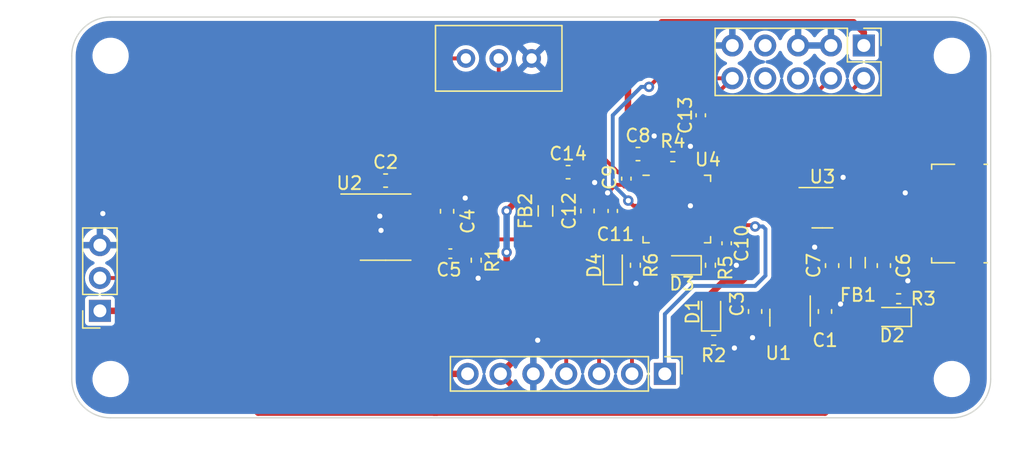
<source format=kicad_pcb>
(kicad_pcb (version 20211014) (generator pcbnew)
  (layers (0 "F.Cu" signal) (31 "B.Cu" power) (34 "B.Paste" user) (35 "F.Paste" user) (36 "B.SilkS" user "B.Silkscreen") (37 "F.SilkS" user "F.Silkscreen") (38 "B.Mask" user) (39 "F.Mask" user) (44 "Edge.Cuts" user))
  (net 0 "")
  (net 1 "+5V")
  (net 2 "GND")
  (net 3 "Net-(C2-Pad1)")
  (net 4 "Net-(C2-Pad2)")
  (net 5 "+3V3")
  (net 6 "Net-(C4-Pad1)")
  (net 7 "Net-(C5-Pad1)")
  (net 8 "ADC_IN")
  (net 9 "VBUS")
  (net 10 "+3.3VA")
  (net 11 "NRST")
  (net 12 "Net-(D1-Pad1)")
  (net 13 "Net-(D2-Pad1)")
  (net 14 "Net-(D3-Pad1)")
  (net 15 "PA4")
  (net 16 "Net-(D4-Pad1)")
  (net 17 "PA3")
  (net 18 "USB_CONN_D-")
  (net 19 "USB_CONN_D+")
  (net 21 "unconnected-(J1-Pad6)")
  (net 22 "RADAR_OUT")
  (net 23 "PA8")
  (net 24 "SWDIO")
  (net 25 "SWCLCK")
  (net 29 "Net-(R4-Pad2)")
  (net 30 "Net-(RV1-Pad2)")
  (net 31 "USB_D+")
  (net 32 "USB_D-")
  (footprint "Capacitor_SMD:C_0603_1608Metric" (layer "F.Cu") (at 76.25 49.65)
    (fp_text reference "C2" (at 0 -1.43) (layer "F.SilkS"))
    (fp_text value "10u")
    (pad "1" smd roundrect (at -0.775 0) (size 0.9 0.95) (layers "F.Cu" "F.Paste" "F.Mask") (net 3 "Net-(C2-Pad1)"))
    (pad "2" smd roundrect (at 0.775 0) (size 0.9 0.95) (layers "F.Cu" "F.Paste" "F.Mask") (net 4 "Net-(C2-Pad2)"))
  )
  (footprint "Capacitor_SMD:C_0603_1608Metric" (layer "F.Cu") (at 81 52.025 90)
    (fp_text reference "C4" (at -0.775 1.6 90) (layer "F.SilkS"))
    (fp_text value "10u")
    (pad "1" smd roundrect (at -0.775 0 90) (size 0.9 0.95) (layers "F.Cu" "F.Paste" "F.Mask") (net 6 "Net-(C4-Pad1)"))
    (pad "2" smd roundrect (at 0.775 0 90) (size 0.9 0.95) (layers "F.Cu" "F.Paste" "F.Mask") (net 2 "GND"))
  )
  (footprint "Capacitor_SMD:C_0603_1608Metric" (layer "F.Cu") (at 110.75 56.225 90)
    (fp_text reference "C7" (at 0 -1.43 90) (layer "F.SilkS"))
    (fp_text value "1u")
    (pad "1" smd roundrect (at -0.775 0 90) (size 0.9 0.95) (layers "F.Cu" "F.Paste" "F.Mask") (net 1 "+5V"))
    (pad "2" smd roundrect (at 0.775 0 90) (size 0.9 0.95) (layers "F.Cu" "F.Paste" "F.Mask") (net 2 "GND"))
  )
  (footprint "Capacitor_SMD:C_0603_1608Metric" (layer "F.Cu") (at 110.2 59.775 90)
    (fp_text reference "C1" (at -2.225 0 180) (layer "F.SilkS"))
    (fp_text value "10u")
    (pad "1" smd roundrect (at -0.775 0 90) (size 0.9 0.95) (layers "F.Cu" "F.Paste" "F.Mask") (net 1 "+5V"))
    (pad "2" smd roundrect (at 0.775 0 90) (size 0.9 0.95) (layers "F.Cu" "F.Paste" "F.Mask") (net 2 "GND"))
  )
  (footprint "Connector_PinHeader_2.54mm:PinHeader_2x05_P2.54mm_Vertical" (layer "F.Cu") (at 113.2 39.2 -90)
    (fp_text reference "J4")
    (fp_text value "ARM 10pin")
    (pad "1" thru_hole rect (at 0 0 270) (size 1.7 1.7) (drill 1) (layers *.Cu *.Mask) (net 5 "+3V3"))
    (pad "2" thru_hole oval (at 2.54 0 270) (size 1.7 1.7) (drill 1) (layers *.Cu *.Mask) (net 24 "SWDIO"))
    (pad "3" thru_hole oval (at 0 2.54 270) (size 1.7 1.7) (drill 1) (layers *.Cu *.Mask) (net 2 "GND"))
    (pad "4" thru_hole oval (at 2.54 2.54 270) (size 1.7 1.7) (drill 1) (layers *.Cu *.Mask) (net 25 "SWCLCK"))
    (pad "5" thru_hole oval (at 0 5.08 270) (size 1.7 1.7) (drill 1) (layers *.Cu *.Mask) (net 2 "GND"))
    (pad "6" thru_hole oval (at 2.54 5.08 270) (size 1.7 1.7) (drill 1) (layers *.Cu *.Mask))
    (pad "7" thru_hole oval (at 0 7.62 270) (size 1.7 1.7) (drill 1) (layers *.Cu *.Mask))
    (pad "8" thru_hole oval (at 2.54 7.62 270) (size 1.7 1.7) (drill 1) (layers *.Cu *.Mask))
    (pad "9" thru_hole oval (at 0 10.16 270) (size 1.7 1.7) (drill 1) (layers *.Cu *.Mask) (net 2 "GND"))
    (pad "10" thru_hole oval (at 2.54 10.16 270) (size 1.7 1.7) (drill 1) (layers *.Cu *.Mask) (net 11 "NRST"))
  )
  (footprint "MountingHole:MountingHole_2.2mm_M2" (layer "F.Cu") (at 120 65)
    (fp_text reference "H2")
    (fp_text value "MountingHole")
    (pad "" np_thru_hole circle (at 0 0) (size 2.2 2.2) (drill 2.2) (layers *.Cu *.Mask))
  )
  (footprint "Resistor_SMD:R_0402_1005Metric" (layer "F.Cu") (at 98.44 47.8 180)
    (fp_text reference "R4" (at 0 1.2) (layer "F.SilkS"))
    (fp_text value "10k")
    (pad "1" smd roundrect (at -0.51 0 180) (size 0.54 0.64) (layers "F.Cu" "F.Paste" "F.Mask") (net 2 "GND"))
    (pad "2" smd roundrect (at 0.51 0 180) (size 0.54 0.64) (layers "F.Cu" "F.Paste" "F.Mask") (net 29 "Net-(R4-Pad2)"))
  )
  (footprint "Capacitor_SMD:C_0402_1005Metric" (layer "F.Cu") (at 94.85 49.5 -90)
    (fp_text reference "C9" (at -0.1 1.3 90) (layer "F.SilkS"))
    (fp_text value "100n")
    (pad "1" smd roundrect (at -0.48 0 270) (size 0.56 0.62) (layers "F.Cu" "F.Paste" "F.Mask") (net 5 "+3V3"))
    (pad "2" smd roundrect (at 0.48 0 270) (size 0.56 0.62) (layers "F.Cu" "F.Paste" "F.Mask") (net 2 "GND"))
  )
  (footprint "Inductor_SMD:L_0805_2012Metric" (layer "F.Cu") (at 88.6 52 90)
    (fp_text reference "FB2" (at 0 -1.55 90) (layer "F.SilkS"))
    (fp_text value "100 @ 100MHz")
    (pad "1" smd roundrect (at -1.0625 0 90) (size 0.875 1.2) (layers "F.Cu" "F.Paste" "F.Mask") (net 10 "+3.3VA"))
    (pad "2" smd roundrect (at 1.0625 0 90) (size 0.875 1.2) (layers "F.Cu" "F.Paste" "F.Mask") (net 5 "+3V3"))
  )
  (footprint "Resistor_SMD:R_0402_1005Metric" (layer "F.Cu") (at 101.35 56.2 -90)
    (fp_text reference "R5" (at 0.2 -1.17 90) (layer "F.SilkS"))
    (fp_text value "2k2")
    (pad "1" smd roundrect (at -0.51 0 270) (size 0.54 0.64) (layers "F.Cu" "F.Paste" "F.Mask") (net 2 "GND"))
    (pad "2" smd roundrect (at 0.51 0 270) (size 0.54 0.64) (layers "F.Cu" "F.Paste" "F.Mask") (net 14 "Net-(D3-Pad1)"))
  )
  (footprint "Resistor_SMD:R_0402_1005Metric" (layer "F.Cu") (at 83.25 55.81 90)
    (fp_text reference "R1" (at 0.01 1.25 90) (layer "F.SilkS"))
    (fp_text value "100")
    (pad "1" smd roundrect (at -0.51 0 90) (size 0.54 0.64) (layers "F.Cu" "F.Paste" "F.Mask") (net 2 "GND"))
    (pad "2" smd roundrect (at 0.51 0 90) (size 0.54 0.64) (layers "F.Cu" "F.Paste" "F.Mask") (net 7 "Net-(C5-Pad1)"))
  )
  (footprint "Package_TO_SOT_SMD:SOT-23-6" (layer "F.Cu") (at 110 51.75)
    (fp_text reference "U3" (at 0 -2.4) (layer "F.SilkS"))
    (fp_text value "USBLC6-2SC6")
    (pad "1" smd roundrect (at -1.1375 -0.95) (size 1.325 0.6) (layers "F.Cu" "F.Paste" "F.Mask") (net 31 "USB_D+"))
    (pad "2" smd roundrect (at -1.1375 0) (size 1.325 0.6) (layers "F.Cu" "F.Paste" "F.Mask") (net 2 "GND"))
    (pad "3" smd roundrect (at -1.1375 0.95) (size 1.325 0.6) (layers "F.Cu" "F.Paste" "F.Mask") (net 32 "USB_D-"))
    (pad "4" smd roundrect (at 1.1375 0.95) (size 1.325 0.6) (layers "F.Cu" "F.Paste" "F.Mask") (net 18 "USB_CONN_D-"))
    (pad "5" smd roundrect (at 1.1375 0) (size 1.325 0.6) (layers "F.Cu" "F.Paste" "F.Mask") (net 9 "VBUS"))
    (pad "6" smd roundrect (at 1.1375 -0.95) (size 1.325 0.6) (layers "F.Cu" "F.Paste" "F.Mask") (net 19 "USB_CONN_D+"))
  )
  (footprint "MountingHole:MountingHole_2.2mm_M2" (layer "F.Cu") (at 55 65)
    (fp_text reference "H3")
    (fp_text value "MountingHole")
    (pad "" np_thru_hole circle (at 0 0) (size 2.2 2.2) (drill 2.2) (layers *.Cu *.Mask))
  )
  (footprint "Capacitor_SMD:C_0402_1005Metric" (layer "F.Cu") (at 102.6 54.5 -90)
    (fp_text reference "C10" (at 0 -1.16 90) (layer "F.SilkS"))
    (fp_text value "100n")
    (pad "1" smd roundrect (at -0.48 0 270) (size 0.56 0.62) (layers "F.Cu" "F.Paste" "F.Mask") (net 5 "+3V3"))
    (pad "2" smd roundrect (at 0.48 0 270) (size 0.56 0.62) (layers "F.Cu" "F.Paste" "F.Mask") (net 2 "GND"))
  )
  (footprint "LED_SMD:LED_0603_1608Metric" (layer "F.Cu") (at 115.3875 60.2 180)
    (fp_text reference "D2" (at 0 -1.43) (layer "F.SilkS"))
    (fp_text value "RED")
    (pad "1" smd roundrect (at -0.7875 0 180) (size 0.875 0.95) (layers "F.Cu" "F.Paste" "F.Mask") (net 13 "Net-(D2-Pad1)"))
    (pad "2" smd roundrect (at 0.7875 0 180) (size 0.875 0.95) (layers "F.Cu" "F.Paste" "F.Mask") (net 1 "+5V"))
  )
  (footprint "LED_SMD:LED_0603_1608Metric" (layer "F.Cu") (at 99.15 56.2 180)
    (fp_text reference "D3" (at 0 -1.43) (layer "F.SilkS"))
    (fp_text value "RED")
    (pad "1" smd roundrect (at -0.7875 0 180) (size 0.875 0.95) (layers "F.Cu" "F.Paste" "F.Mask") (net 14 "Net-(D3-Pad1)"))
    (pad "2" smd roundrect (at 0.7875 0 180) (size 0.875 0.95) (layers "F.Cu" "F.Paste" "F.Mask") (net 15 "PA4"))
  )
  (footprint "Capacitor_SMD:C_0603_1608Metric" (layer "F.Cu") (at 104.8 59.775 -90)
    (fp_text reference "C3" (at -0.575 1.4 90) (layer "F.SilkS"))
    (fp_text value "10u")
    (pad "1" smd roundrect (at -0.775 0 270) (size 0.9 0.95) (layers "F.Cu" "F.Paste" "F.Mask") (net 5 "+3V3"))
    (pad "2" smd roundrect (at 0.775 0 270) (size 0.9 0.95) (layers "F.Cu" "F.Paste" "F.Mask") (net 2 "GND"))
  )
  (footprint "Capacitor_SMD:C_0402_1005Metric" (layer "F.Cu") (at 93.8 52 90)
    (fp_text reference "C11" (at -1.8 0.2) (layer "F.SilkS"))
    (fp_text value "10n")
    (pad "1" smd roundrect (at -0.48 0 90) (size 0.56 0.62) (layers "F.Cu" "F.Paste" "F.Mask") (net 10 "+3.3VA"))
    (pad "2" smd roundrect (at 0.48 0 90) (size 0.56 0.62) (layers "F.Cu" "F.Paste" "F.Mask") (net 2 "GND"))
  )
  (footprint "Capacitor_SMD:C_0402_1005Metric" (layer "F.Cu") (at 100.6 44.6 -90)
    (fp_text reference "C13" (at 0 1.2 90) (layer "F.SilkS"))
    (fp_text value "100n")
    (pad "1" smd roundrect (at -0.48 0 270) (size 0.56 0.62) (layers "F.Cu" "F.Paste" "F.Mask") (net 11 "NRST"))
    (pad "2" smd roundrect (at 0.48 0 270) (size 0.56 0.62) (layers "F.Cu" "F.Paste" "F.Mask") (net 2 "GND"))
  )
  (footprint "LED_SMD:LED_0603_1608Metric" (layer "F.Cu") (at 101.4 59.8 90)
    (fp_text reference "D1" (at 0 -1.43 90) (layer "F.SilkS"))
    (fp_text value "RED")
    (pad "1" smd roundrect (at -0.7875 0 90) (size 0.875 0.95) (layers "F.Cu" "F.Paste" "F.Mask") (net 12 "Net-(D1-Pad1)"))
    (pad "2" smd roundrect (at 0.7875 0 90) (size 0.875 0.95) (layers "F.Cu" "F.Paste" "F.Mask") (net 5 "+3V3"))
  )
  (footprint "Package_DFN_QFN:QFN-32-1EP_5x5mm_P0.5mm_EP3.45x3.45mm" (layer "F.Cu") (at 98.75 51.85)
    (fp_text reference "U4" (at 2.4 -3.82) (layer "F.SilkS"))
    (fp_text value "STM32L432KBU6")
    (pad "1" smd roundrect (at -2.4375 -1.75) (size 0.875 0.25) (layers "F.Cu" "F.Paste" "F.Mask") (net 5 "+3V3"))
    (pad "2" smd roundrect (at -2.4375 -1.25) (size 0.875 0.25) (layers "F.Cu" "F.Paste" "F.Mask"))
    (pad "3" smd roundrect (at -2.4375 -0.75) (size 0.875 0.25) (layers "F.Cu" "F.Paste" "F.Mask"))
    (pad "4" smd roundrect (at -2.4375 -0.25) (size 0.875 0.25) (layers "F.Cu" "F.Paste" "F.Mask") (net 11 "NRST"))
    (pad "5" smd roundrect (at -2.4375 0.25) (size 0.875 0.25) (layers "F.Cu" "F.Paste" "F.Mask") (net 10 "+3.3VA"))
    (pad "6" smd roundrect (at -2.4375 0.75) (size 0.875 0.25) (layers "F.Cu" "F.Paste" "F.Mask") (net 8 "ADC_IN"))
    (pad "7" smd roundrect (at -2.4375 1.25) (size 0.875 0.25) (layers "F.Cu" "F.Paste" "F.Mask"))
    (pad "8" smd roundrect (at -2.4375 1.75) (size 0.875 0.25) (layers "F.Cu" "F.Paste" "F.Mask"))
    (pad "9" smd roundrect (at -1.75 2.4375) (size 0.25 0.875) (layers "F.Cu" "F.Paste" "F.Mask") (net 17 "PA3"))
    (pad "10" smd roundrect (at -1.25 2.4375) (size 0.25 0.875) (layers "F.Cu" "F.Paste" "F.Mask") (net 15 "PA4"))
    (pad "11" smd roundrect (at -0.75 2.4375) (size 0.25 0.875) (layers "F.Cu" "F.Paste" "F.Mask"))
    (pad "12" smd roundrect (at -0.25 2.4375) (size 0.25 0.875) (layers "F.Cu" "F.Paste" "F.Mask"))
    (pad "13" smd roundrect (at 0.25 2.4375) (size 0.25 0.875) (layers "F.Cu" "F.Paste" "F.Mask"))
    (pad "14" smd roundrect (at 0.75 2.4375) (size 0.25 0.875) (layers "F.Cu" "F.Paste" "F.Mask"))
    (pad "15" smd roundrect (at 1.25 2.4375) (size 0.25 0.875) (layers "F.Cu" "F.Paste" "F.Mask"))
    (pad "16" smd roundrect (at 1.75 2.4375) (size 0.25 0.875) (layers "F.Cu" "F.Paste" "F.Mask") (net 2 "GND"))
    (pad "17" smd roundrect (at 2.4375 1.75) (size 0.875 0.25) (layers "F.Cu" "F.Paste" "F.Mask") (net 5 "+3V3"))
    (pad "18" smd roundrect (at 2.4375 1.25) (size 0.875 0.25) (layers "F.Cu" "F.Paste" "F.Mask") (net 23 "PA8"))
    (pad "19" smd roundrect (at 2.4375 0.75) (size 0.875 0.25) (layers "F.Cu" "F.Paste" "F.Mask"))
    (pad "20" smd roundrect (at 2.4375 0.25) (size 0.875 0.25) (layers "F.Cu" "F.Paste" "F.Mask"))
    (pad "21" smd roundrect (at 2.4375 -0.25) (size 0.875 0.25) (layers "F.Cu" "F.Paste" "F.Mask") (net 32 "USB_D-"))
    (pad "22" smd roundrect (at 2.4375 -0.75) (size 0.875 0.25) (layers "F.Cu" "F.Paste" "F.Mask") (net 31 "USB_D+"))
    (pad "23" smd roundrect (at 2.4375 -1.25) (size 0.875 0.25) (layers "F.Cu" "F.Paste" "F.Mask") (net 24 "SWDIO"))
    (pad "24" smd roundrect (at 2.4375 -1.75) (size 0.875 0.25) (layers "F.Cu" "F.Paste" "F.Mask") (net 25 "SWCLCK"))
    (pad "25" smd roundrect (at 1.75 -2.4375) (size 0.25 0.875) (layers "F.Cu" "F.Paste" "F.Mask"))
    (pad "26" smd roundrect (at 1.25 -2.4375) (size 0.25 0.875) (layers "F.Cu" "F.Paste" "F.Mask"))
    (pad "27" smd roundrect (at 0.75 -2.4375) (size 0.25 0.875) (layers "F.Cu" "F.Paste" "F.Mask"))
    (pad "28" smd roundrect (at 0.25 -2.4375) (size 0.25 0.875) (layers "F.Cu" "F.Paste" "F.Mask"))
    (pad "29" smd roundrect (at -0.25 -2.4375) (size 0.25 0.875) (layers "F.Cu" "F.Paste" "F.Mask"))
    (pad "30" smd roundrect (at -0.75 -2.4375) (size 0.25 0.875) (layers "F.Cu" "F.Paste" "F.Mask"))
    (pad "31" smd roundrect (at -1.25 -2.4375) (size 0.25 0.875) (layers "F.Cu" "F.Paste" "F.Mask") (net 29 "Net-(R4-Pad2)"))
    (pad "32" smd roundrect (at -1.75 -2.4375) (size 0.25 0.875) (layers "F.Cu" "F.Paste" "F.Mask") (net 2 "GND"))
    (pad "33" smd rect (at 0 0) (size 3.45 3.45) (layers "F.Cu" "F.Mask") (net 2 "GND"))
  )
  (footprint "Connector_PinHeader_2.54mm:PinHeader_1x07_P2.54mm_Vertical" (layer "F.Cu") (at 97.825 64.6 -90)
    (fp_text reference "J2")
    (fp_text value "Conn_01x07_Male")
    (pad "1" thru_hole rect (at 0 0 270) (size 1.7 1.7) (drill 1) (layers *.Cu *.Mask) (net 23 "PA8"))
    (pad "2" thru_hole oval (at 0 2.54 270) (size 1.7 1.7) (drill 1) (layers *.Cu *.Mask) (net 15 "PA4"))
    (pad "3" thru_hole oval (at 0 5.08 270) (size 1.7 1.7) (drill 1) (layers *.Cu *.Mask) (net 17 "PA3"))
    (pad "4" thru_hole oval (at 0 7.62 270) (size 1.7 1.7) (drill 1) (layers *.Cu *.Mask) (net 8 "ADC_IN"))
    (pad "5" thru_hole oval (at 0 10.16 270) (size 1.7 1.7) (drill 1) (layers *.Cu *.Mask) (net 2 "GND"))
    (pad "6" thru_hole oval (at 0 12.7 270) (size 1.7 1.7) (drill 1) (layers *.Cu *.Mask) (net 5 "+3V3"))
    (pad "7" thru_hole oval (at 0 15.24 270) (size 1.7 1.7) (drill 1) (layers *.Cu *.Mask) (net 1 "+5V"))
  )
  (footprint "MountingHole:MountingHole_2.2mm_M2" (layer "F.Cu") (at 55 40)
    (fp_text reference "H4")
    (fp_text value "MountingHole")
    (pad "" np_thru_hole circle (at 0 0) (size 2.2 2.2) (drill 2.2) (layers *.Cu *.Mask))
  )
  (footprint "Connector_PinSocket_2.54mm:PinSocket_1x03_P2.54mm_Vertical" (layer "F.Cu") (at 54.175 59.725 180)
    (fp_text reference "J3")
    (fp_text value "Conn_01x03_Female")
    (pad "1" thru_hole rect (at 0 0 180) (size 1.7 1.7) (drill 1) (layers *.Cu *.Mask) (net 1 "+5V"))
    (pad "2" thru_hole oval (at 0 2.54 180) (size 1.7 1.7) (drill 1) (layers *.Cu *.Mask) (net 22 "RADAR_OUT"))
    (pad "3" thru_hole oval (at 0 5.08 180) (size 1.7 1.7) (drill 1) (layers *.Cu *.Mask) (net 2 "GND"))
  )
  (footprint "Capacitor_SMD:C_0603_1608Metric" (layer "F.Cu") (at 90.35 49)
    (fp_text reference "C14" (at 0 -1.43) (layer "F.SilkS"))
    (fp_text value "1u")
    (pad "1" smd roundrect (at -0.775 0) (size 0.9 0.95) (layers "F.Cu" "F.Paste" "F.Mask") (net 5 "+3V3"))
    (pad "2" smd roundrect (at 0.775 0) (size 0.9 0.95) (layers "F.Cu" "F.Paste" "F.Mask") (net 2 "GND"))
  )
  (footprint "MountingHole:MountingHole_2.2mm_M2" (layer "F.Cu") (at 120 40)
    (fp_text reference "H1")
    (fp_text value "MountingHole")
    (pad "" np_thru_hole circle (at 0 0) (size 2.2 2.2) (drill 2.2) (layers *.Cu *.Mask))
  )
  (footprint "Capacitor_SMD:C_0603_1608Metric" (layer "F.Cu") (at 95.75 47.6)
    (fp_text reference "C8" (at 0 -1.43) (layer "F.SilkS"))
    (fp_text value "1u")
    (pad "1" smd roundrect (at -0.775 0) (size 0.9 0.95) (layers "F.Cu" "F.Paste" "F.Mask") (net 5 "+3V3"))
    (pad "2" smd roundrect (at 0.775 0) (size 0.9 0.95) (layers "F.Cu" "F.Paste" "F.Mask") (net 2 "GND"))
  )
  (footprint "Package_SO:SOIC-8_3.9x4.9mm_P1.27mm" (layer "F.Cu") (at 76.25 53.25)
    (fp_text reference "U2" (at -2.8 -3.4) (layer "F.SilkS"))
    (fp_text value "LM386")
    (pad "1" smd roundrect (at -2.475 -1.905) (size 1.95 0.6) (layers "F.Cu" "F.Paste" "F.Mask") (net 3 "Net-(C2-Pad1)"))
    (pad "2" smd roundrect (at -2.475 -0.635) (size 1.95 0.6) (layers "F.Cu" "F.Paste" "F.Mask") (net 2 "GND"))
    (pad "3" smd roundrect (at -2.475 0.635) (size 1.95 0.6) (layers "F.Cu" "F.Paste" "F.Mask") (net 30 "Net-(RV1-Pad2)"))
    (pad "4" smd roundrect (at -2.475 1.905) (size 1.95 0.6) (layers "F.Cu" "F.Paste" "F.Mask") (net 2 "GND"))
    (pad "5" smd roundrect (at 2.475 1.905) (size 1.95 0.6) (layers "F.Cu" "F.Paste" "F.Mask") (net 8 "ADC_IN"))
    (pad "6" smd roundrect (at 2.475 0.635) (size 1.95 0.6) (layers "F.Cu" "F.Paste" "F.Mask") (net 1 "+5V"))
    (pad "7" smd roundrect (at 2.475 -0.635) (size 1.95 0.6) (layers "F.Cu" "F.Paste" "F.Mask") (net 6 "Net-(C4-Pad1)"))
    (pad "8" smd roundrect (at 2.475 -1.905) (size 1.95 0.6) (layers "F.Cu" "F.Paste" "F.Mask") (net 4 "Net-(C2-Pad2)"))
  )
  (footprint "Resistor_SMD:R_0402_1005Metric" (layer "F.Cu") (at 101.6 62 180)
    (fp_text reference "R2" (at 0 -1.17) (layer "F.SilkS"))
    (fp_text value "1k")
    (pad "1" smd roundrect (at -0.51 0 180) (size 0.54 0.64) (layers "F.Cu" "F.Paste" "F.Mask") (net 2 "GND"))
    (pad "2" smd roundrect (at 0.51 0 180) (size 0.54 0.64) (layers "F.Cu" "F.Paste" "F.Mask") (net 12 "Net-(D1-Pad1)"))
  )
  (footprint "Capacitor_SMD:C_0603_1608Metric" (layer "F.Cu") (at 114.75 56.225 -90)
    (fp_text reference "C6" (at 0 -1.5 -90) (layer "F.SilkS"))
    (fp_text value "1u")
    (pad "1" smd roundrect (at -0.775 0 270) (size 0.9 0.95) (layers "F.Cu" "F.Paste" "F.Mask") (net 9 "VBUS"))
    (pad "2" smd roundrect (at 0.775 0 270) (size 0.9 0.95) (layers "F.Cu" "F.Paste" "F.Mask") (net 2 "GND"))
  )
  (footprint "Connector_USB:USB_Micro-B_Molex_47346-0001" (layer "F.Cu") (at 120.15 52.2 90)
    (fp_text reference "J1")
    (fp_text value "USB_B_Micro")
    (pad "1" smd rect (at -1.3 -1.46 90) (size 0.45 1.38) (layers "F.Cu" "F.Paste" "F.Mask") (net 9 "VBUS"))
    (pad "2" smd rect (at -0.65 -1.46 90) (size 0.45 1.38) (layers "F.Cu" "F.Paste" "F.Mask") (net 18 "USB_CONN_D-"))
    (pad "3" smd rect (at 0 -1.46 90) (size 0.45 1.38) (layers "F.Cu" "F.Paste" "F.Mask") (net 19 "USB_CONN_D+"))
    (pad "4" smd rect (at 0.65 -1.46 90) (size 0.45 1.38) (layers "F.Cu" "F.Paste" "F.Mask"))
    (pad "5" smd rect (at 1.3 -1.46 90) (size 0.45 1.38) (layers "F.Cu" "F.Paste" "F.Mask") (net 2 "GND"))
    (pad "6" smd rect (at -2.4875 -1.375 90) (size 1.425 1.55) (layers "F.Cu" "F.Paste" "F.Mask") (net 21 "unconnected-(J1-Pad6)"))
    (pad "6" smd rect (at 1.55 1.2 90) (size 1 1.9) (layers "F.Cu" "F.Paste" "F.Mask") (net 21 "unconnected-(J1-Pad6)"))
    (pad "6" smd rect (at 2.4875 -1.375 90) (size 1.425 1.55) (layers "F.Cu" "F.Paste" "F.Mask") (net 21 "unconnected-(J1-Pad6)"))
    (pad "6" smd rect (at -1.15 1.2 90) (size 1.8 1.9) (layers "F.Cu" "F.Paste" "F.Mask") (net 21 "unconnected-(J1-Pad6)"))
    (pad "6" smd rect (at -3.375 1.2 90) (size 1.65 1.3) (layers "F.Cu" "F.Paste" "F.Mask") (net 21 "unconnected-(J1-Pad6)"))
    (pad "6" smd rect (at 3.375 1.2 90) (size 1.65 1.3) (layers "F.Cu" "F.Paste" "F.Mask") (net 21 "unconnected-(J1-Pad6)"))
  )
  (footprint "Capacitor_SMD:C_0402_1005Metric" (layer "F.Cu") (at 81.25 55.3 180)
    (fp_text reference "C5" (at 0.107836 -1.25) (layer "F.SilkS"))
    (fp_text value "10pF")
    (pad "1" smd roundrect (at -0.48 0 180) (size 0.56 0.62) (layers "F.Cu" "F.Paste" "F.Mask") (net 7 "Net-(C5-Pad1)"))
    (pad "2" smd roundrect (at 0.48 0 180) (size 0.56 0.62) (layers "F.Cu" "F.Paste" "F.Mask") (net 8 "ADC_IN"))
  )
  (footprint "Inductor_SMD:L_0805_2012Metric" (layer "F.Cu") (at 112.75 56 -90)
    (fp_text reference "FB1" (at 2.5 0 180) (layer "F.SilkS"))
    (fp_text value "100 @ 100MHz")
    (pad "1" smd roundrect (at -1.0625 0 270) (size 0.875 1.2) (layers "F.Cu" "F.Paste" "F.Mask") (net 9 "VBUS"))
    (pad "2" smd roundrect (at 1.0625 0 270) (size 0.875 1.2) (layers "F.Cu" "F.Paste" "F.Mask") (net 1 "+5V"))
  )
  (footprint "Potentiometer_THT:Potentiometer_Bourns_3296W_Vertical" (layer "F.Cu") (at 82.45 40.2 180)
    (fp_text reference "RV1")
    (fp_text value "R_Potentiometer")
    (pad "1" thru_hole circle (at 0 0 180) (size 1.44 1.44) (drill 0.8) (layers *.Cu *.Mask) (net 22 "RADAR_OUT"))
    (pad "2" thru_hole circle (at -2.54 0 180) (size 1.44 1.44) (drill 0.8) (layers *.Cu *.Mask) (net 30 "Net-(RV1-Pad2)"))
    (pad "3" thru_hole circle (at -5.08 0 180) (size 1.44 1.44) (drill 0.8) (layers *.Cu *.Mask) (net 2 "GND"))
  )
  (footprint "Capacitor_SMD:C_0603_1608Metric" (layer "F.Cu") (at 91.85 52 90)
    (fp_text reference "C12" (at 0 -1.43 90) (layer "F.SilkS"))
    (fp_text value "1u")
    (pad "1" smd roundrect (at -0.775 0 90) (size 0.9 0.95) (layers "F.Cu" "F.Paste" "F.Mask") (net 10 "+3.3VA"))
    (pad "2" smd roundrect (at 0.775 0 90) (size 0.9 0.95) (layers "F.Cu" "F.Paste" "F.Mask") (net 2 "GND"))
  )
  (footprint "LED_SMD:LED_0603_1608Metric" (layer "F.Cu") (at 93.8 56.2125 90)
    (fp_text reference "D4" (at 0 -1.43 90) (layer "F.SilkS"))
    (fp_text value "RED")
    (pad "1" smd roundrect (at -0.7875 0 90) (size 0.875 0.95) (layers "F.Cu" "F.Paste" "F.Mask") (net 16 "Net-(D4-Pad1)"))
    (pad "2" smd roundrect (at 0.7875 0 90) (size 0.875 0.95) (layers "F.Cu" "F.Paste" "F.Mask") (net 17 "PA3"))
  )
  (footprint "Resistor_SMD:R_0402_1005Metric" (layer "F.Cu") (at 95.55 56.2 90)
    (fp_text reference "R6" (at 0 1.2 90) (layer "F.SilkS"))
    (fp_text value "2k2")
    (pad "1" smd roundrect (at -0.51 0 90) (size 0.54 0.64) (layers "F.Cu" "F.Paste" "F.Mask") (net 2 "GND"))
    (pad "2" smd roundrect (at 0.51 0 90) (size 0.54 0.64) (layers "F.Cu" "F.Paste" "F.Mask") (net 16 "Net-(D4-Pad1)"))
  )
  (footprint "Package_TO_SOT_SMD:SOT-23" (layer "F.Cu") (at 107.5 60.25 -90)
    (fp_text reference "U1" (at 2.75 0.9 180) (layer "F.SilkS"))
    (fp_text value "XC6206P332MR")
    (pad "1" smd roundrect (at -0.9375 -0.95 270) (size 1.475 0.6) (layers "F.Cu" "F.Paste" "F.Mask") (net 2 "GND"))
    (pad "2" smd roundrect (at -0.9375 0.95 270) (size 1.475 0.6) (layers "F.Cu" "F.Paste" "F.Mask") (net 5 "+3V3"))
    (pad "3" smd roundrect (at 0.9375 0 270) (size 1.475 0.6) (layers "F.Cu" "F.Paste" "F.Mask") (net 1 "+5V"))
  )
  (footprint "Resistor_SMD:R_0402_1005Metric" (layer "F.Cu") (at 115.89 58.7875)
    (fp_text reference "R3" (at 1.91 0) (layer "F.SilkS"))
    (fp_text value "1k")
    (pad "1" smd roundrect (at -0.51 0) (size 0.54 0.64) (layers "F.Cu" "F.Paste" "F.Mask") (net 2 "GND"))
    (pad "2" smd roundrect (at 0.51 0) (size 0.54 0.64) (layers "F.Cu" "F.Paste" "F.Mask") (net 13 "Net-(D2-Pad1)"))
  )
  (gr_line (start 55 68) (end 120 68) (layer "Edge.Cuts") (width 0.1))
  (gr_line (start 52 40) (end 52 65) (layer "Edge.Cuts") (width 0.1))
  (gr_arc (start 120 37) (mid 122.12132 37.87868) (end 123 40) (layer "Edge.Cuts") (width 0.1))
  (gr_arc (start 55 68) (mid 52.87868 67.12132) (end 52 65) (layer "Edge.Cuts") (width 0.1))
  (gr_arc (start 52 40) (mid 52.87868 37.87868) (end 55 37) (layer "Edge.Cuts") (width 0.1))
  (gr_arc (start 123 65) (mid 122.12132 67.12132) (end 120 68) (layer "Edge.Cuts") (width 0.1))
  (gr_line (start 120 37) (end 55 37) (layer "Edge.Cuts") (width 0.1))
  (gr_line (start 123 65) (end 123 40) (layer "Edge.Cuts") (width 0.1))
  (segment (start 78.057151 54) (end 76.6 54) (width 0.5) (layer "F.Cu") (net 1))
  (segment (start 112.75 65.05) (end 110.2 67.6) (width 0.5) (layer "F.Cu") (net 1))
  (segment (start 80 67.6) (end 80.2 67.6) (width 0.5) (layer "F.Cu") (net 1))
  (segment (start 78.6 64.6) (end 77.8 65.4) (width 0.5) (layer "F.Cu") (net 1))
  (segment (start 66.4 67.6) (end 58.525 59.725) (width 0.5) (layer "F.Cu") (net 1))
  (segment (start 82.585 64.6) (end 78.6 64.6) (width 0.5) (layer "F.Cu") (net 1))
  (segment (start 112.75 59.25) (end 112.75 65.05) (width 0.5) (layer "F.Cu") (net 1))
  (segment (start 112.75 58.35) (end 114.6 60.2) (width 0.5) (layer "F.Cu") (net 1))
  (segment (start 112.75 57.0625) (end 110.8125 57.0625) (width 0.5) (layer "F.Cu") (net 1))
  (segment (start 110.75 57) (end 109.177151 57) (width 0.5) (layer "F.Cu") (net 1))
  (segment (start 112.75 59.25) (end 111.45 60.55) (width 0.5) (layer "F.Cu") (net 1))
  (segment (start 78.172151 53.885) (end 78.057151 54) (width 0.5) (layer "F.Cu") (net 1))
  (segment (start 112.75 58.35) (end 112.75 59.25) (width 0.5) (layer "F.Cu") (net 1))
  (segment (start 76.6 54) (end 76.2 54.4) (width 0.5) (layer "F.Cu") (net 1))
  (segment (start 110.2 67.6) (end 80.2 67.6) (width 0.5) (layer "F.Cu") (net 1))
  (segment (start 107.5 58.677151) (end 107.5 61.1875) (width 0.5) (layer "F.Cu") (net 1))
  (segment (start 76.2 54.4) (end 76.2 63.8) (width 0.5) (layer "F.Cu") (net 1))
  (segment (start 112.75 57.0625) (end 112.75 58.35) (width 0.5) (layer "F.Cu") (net 1))
  (segment (start 80.2 67.6) (end 66.4 67.6) (width 0.5) (layer "F.Cu") (net 1))
  (segment (start 58.525 59.725) (end 54.175 59.725) (width 0.5) (layer "F.Cu") (net 1))
  (segment (start 78.725 53.885) (end 78.172151 53.885) (width 0.5) (layer "F.Cu") (net 1))
  (segment (start 77.8 65.4) (end 80 67.6) (width 0.5) (layer "F.Cu") (net 1))
  (segment (start 109.177151 57) (end 107.5 58.677151) (width 0.5) (layer "F.Cu") (net 1))
  (segment (start 111.45 60.55) (end 110.2 60.55) (width 0.5) (layer "F.Cu") (net 1))
  (segment (start 76.2 63.8) (end 77.8 65.4) (width 0.5) (layer "F.Cu") (net 1))
  (segment (start 110.8125 57.0625) (end 110.75 57) (width 0.5) (layer "F.Cu") (net 1))
  (segment (start 109.8875 59.3125) (end 110.2 59) (width 0.3) (layer "F.Cu") (net 2))
  (segment (start 98.75 51.85) (end 99.55 51.85) (width 0.5) (layer "F.Cu") (net 2))
  (segment (start 54.175 52.425) (end 54.4 52.2) (width 0.3) (layer "F.Cu") (net 2))
  (segment (start 101.35 55.1375) (end 100.5 54.2875) (width 0.3) (layer "F.Cu") (net 2))
  (segment (start 101.35 55.69) (end 101.35 55.1375) (width 0.3) (layer "F.Cu") (net 2))
  (segment (start 87.665 64.6) (end 87.665 62.335) (width 0.3) (layer "F.Cu") (net 2))
  (segment (start 91.85 50.35) (end 92.4 49.8) (width 0.3) (layer "F.Cu") (net 2))
  (segment (start 104.8 61.6) (end 104.6 61.8) (width 0.3) (layer "F.Cu") (net 2))
  (segment (start 83.25 56.32) (end 83.25 57.05) (width 0.3) (layer "F.Cu") (net 2))
  (segment (start 116.2 57) (end 116.6 57.4) (width 0.3) (layer "F.Cu") (net 2))
  (segment (start 102.8405 55.69) (end 103.3505 56.2) (width 0.3) (layer "F.Cu") (net 2))
  (segment (start 74.243625 55.155) (end 75.894865 53.50376) (width 0.3) (layer "F.Cu") (net 2))
  (segment (start 96.525 48.325) (end 96.525 47.6) (width 0.3) (layer "F.Cu") (net 2))
  (segment (start 99.6 47.8) (end 99.8 47.6) (width 0.3) (layer "F.Cu") (net 2))
  (segment (start 109.45 51.75) (end 110 51.2) (width 0.3) (layer "F.Cu") (net 2))
  (segment (start 98.95 47.8) (end 99.6 47.8) (width 0.3) (layer "F.Cu") (net 2))
  (segment (start 82.15 51.25) (end 82.4 51) (width 0.3) (layer "F.Cu") (net 2))
  (segment (start 94.02 49.98) (end 93.4 50.6) (width 0.3) (layer "F.Cu") (net 2))
  (segment (start 96.525 47.275) (end 97 46.8) (width 0.3) (layer "F.Cu") (net 2))
  (segment (start 91.85 51.225) (end 91.85 50.35) (width 0.3) (layer "F.Cu") (net 2))
  (segment (start 102.11 62) (end 102.6 62) (width 0.3) (layer "F.Cu") (net 2))
  (segment (start 108.8625 51.75) (end 109.45 51.75) (width 0.3) (layer "F.Cu") (net 2))
  (segment (start 108.45 59.3125) (end 109.8875 59.3125) (width 0.3) (layer "F.Cu") (net 2))
  (segment (start 102.6 54.98) (end 102.6 55.4495) (width 0.3) (layer "F.Cu") (net 2))
  (segment (start 97 46.8) (end 97 46.2) (width 0.3) (layer "F.Cu") (net 2))
  (segment (start 104.8 60.55) (end 104.8 61.6) (width 0.3) (layer "F.Cu") (net 2))
  (segment (start 110 51.2) (end 110 50) (width 0.3) (layer "F.Cu") (net 2))
  (segment (start 110.05 55.45) (end 109.4 54.8) (width 0.3) (layer "F.Cu") (net 2))
  (segment (start 111.2 59) (end 111.4 59.2) (width 0.3) (layer "F.Cu") (net 2))
  (segment (start 54.175 54.645) (end 54.175 52.425) (width 0.3) (layer "F.Cu") (net 2))
  (segment (start 110.6 49.4) (end 111.6 49.4) (width 0.3) (layer "F.Cu") (net 2))
  (segment (start 102.6 55.4495) (end 103.3505 56.2) (width 0.3) (layer "F.Cu") (net 2))
  (segment (start 97 48.8) (end 96.525 48.325) (width 0.3) (layer "F.Cu") (net 2))
  (segment (start 95.55 56.71) (end 95.55 57.55) (width 0.3) (layer "F.Cu") (net 2))
  (segment (start 99.55 51.85) (end 99.8 51.6) (width 0.5) (layer "F.Cu") (net 2))
  (segment (start 110.2 59) (end 111.2 59) (width 0.3) (layer "F.Cu") (net 2))
  (segment (start 99.8 47.6) (end 99.8 47) (width 0.3) (layer "F.Cu") (net 2))
  (segment (start 96.525 47.6) (end 96.525 47.275) (width 0.3) (layer "F.Cu") (net 2))
  (segment (start 91.6 49) (end 92.4 49.8) (width 0.3) (layer "F.Cu") (net 2))
  (segment (start 101.35 55.69) (end 102.8405 55.69) (width 0.3) (layer "F.Cu") (net 2))
  (segment (start 93.8 51.52) (end 93.8 51) (width 0.3) (layer "F.Cu") (net 2))
  (segment (start 94.85 49.98) (end 94.02 49.98) (width 0.3) (layer "F.Cu") (net 2))
  (segment (start 99.8 45.88) (end 100.6 45.08) (width 0.3) (layer "F.Cu") (net 2))
  (segment (start 87.665 62.335) (end 88 62) (width 0.3) (layer "F.Cu") (net 2))
  (segment (start 93.8 51) (end 93.4 50.6) (width 0.3) (layer "F.Cu") (net 2))
  (segment (start 118.69 50.9) (end 116.7 50.9) (width 0.3) (layer "F.Cu") (net 2))
  (segment (start 114.75 57) (end 116.2 57) (width 0.3) (layer "F.Cu") (net 2))
  (segment (start 97 49.4125) (end 97 48.8) (width 0.3) (layer "F.Cu") (net 2))
  (segment (start 91.125 49) (end 91.6 49) (width 0.3) (layer "F.Cu") (net 2))
  (segment (start 99.8 47) (end 99.8 45.88) (width 0.3) (layer "F.Cu") (net 2))
  (segment (start 73.775 52.615) (end 75.585 52.615) (width 0.3) (layer "F.Cu") (net 2))
  (segment (start 75.585 52.615) (end 75.8 52.4) (width 0.3) (layer "F.Cu") (net 2))
  (segment (start 83.25 57.05) (end 83.4 57.2) (width 0.3) (layer "F.Cu") (net 2))
  (segment (start 115.38 58.7875) (end 115.38 58.62) (width 0.3) (layer "F.Cu") (net 2))
  (segment (start 102.6 62) (end 103.2 62.6) (width 0.3) (layer "F.Cu") (net 2))
  (segment (start 73.775 55.155) (end 74.243625 55.155) (width 0.3) (layer "F.Cu") (net 2))
  (segment (start 116.7 50.9) (end 116.4 50.6) (width 0.3) (layer "F.Cu") (net 2))
  (segment (start 95.55 57.55) (end 95.6 57.6) (width 0.3) (layer "F.Cu") (net 2))
  (segment (start 110.75 55.45) (end 110.05 55.45) (width 0.3) (layer "F.Cu") (net 2))
  (segment (start 115.38 58.62) (end 116.6 57.4) (width 0.3) (layer "F.Cu") (net 2))
  (segment (start 81 51.25) (end 82.15 51.25) (width 0.3) (layer "F.Cu") (net 2))
  (segment (start 110 50) (end 110.6 49.4) (width 0.3) (layer "F.Cu") (net 2))
  (via (at 75.894865 53.50376) (size 0.8) (drill 0.4) (layers "F.Cu" "B.Cu") (net 2))
  (via (at 92.4 49.8) (size 0.8) (drill 0.4) (layers "F.Cu" "B.Cu") (net 2))
  (via (at 99.8 47) (size 0.8) (drill 0.4) (layers "F.Cu" "B.Cu") (net 2))
  (via (at 93.4 50.6) (size 0.8) (drill 0.4) (layers "F.Cu" "B.Cu") (net 2))
  (via (at 103.3505 56.2) (size 0.8) (drill 0.4) (layers "F.Cu" "B.Cu") (net 2))
  (via (at 97 46.2) (size 0.8) (drill 0.4) (layers "F.Cu" "B.Cu") (net 2))
  (via (at 99.8 51.6) (size 0.8) (drill 0.4) (layers "F.Cu" "B.Cu") (net 2))
  (via (at 83.4 57.2) (size 0.8) (drill 0.4) (layers "F.Cu" "B.Cu") (net 2))
  (via (at 95.6 57.6) (size 0.8) (drill 0.4) (layers "F.Cu" "B.Cu") (net 2))
  (via (at 88 62) (size 0.8) (drill 0.4) (layers "F.Cu" "B.Cu") (net 2))
  (via (at 103.2 62.6) (size 0.8) (drill 0.4) (layers "F.Cu" "B.Cu") (net 2))
  (via (at 75.8 52.4) (size 0.8) (drill 0.4) (layers "F.Cu" "B.Cu") (net 2))
  (via (at 111.6 49.4) (size 0.8) (drill 0.4) (layers "F.Cu" "B.Cu") (net 2))
  (via (at 116.6 57.4) (size 0.8) (drill 0.4) (layers "F.Cu" "B.Cu") (net 2))
  (via (at 116.4 50.6) (size 0.8) (drill 0.4) (layers "F.Cu" "B.Cu") (net 2))
  (via (at 111.4 59.2) (size 0.8) (drill 0.4) (layers "F.Cu" "B.Cu") (net 2))
  (via (at 82.4 51) (size 0.8) (drill 0.4) (layers "F.Cu" "B.Cu") (net 2))
  (via (at 104.6 61.8) (size 0.8) (drill 0.4) (layers "F.Cu" "B.Cu") (net 2))
  (via (at 109.4 54.8) (size 0.8) (drill 0.4) (layers "F.Cu" "B.Cu") (net 2))
  (via (at 54.4 52.2) (size 0.8) (drill 0.4) (layers "F.Cu" "B.Cu") (net 2))
  (segment (start 74.55 49.65) (end 75.475 49.65) (width 0.3) (layer "F.Cu") (net 3))
  (segment (start 73.775 51.345) (end 73.775 50.425) (width 0.3) (layer "F.Cu") (net 3))
  (segment (start 73.775 50.425) (end 74.55 49.65) (width 0.3) (layer "F.Cu") (net 3))
  (segment (start 78.8 51.27) (end 78.725 51.345) (width 0.3) (layer "F.Cu") (net 4))
  (segment (start 77.025 49.65) (end 78.45 49.65) (width 0.3) (layer "F.Cu") (net 4))
  (segment (start 78.45 49.65) (end 78.8 50) (width 0.3) (layer "F.Cu") (net 4))
  (segment (start 78.8 50) (end 78.8 51.27) (width 0.3) (layer "F.Cu") (net 4))
  (segment (start 106.55 59.3125) (end 105.1125 59.3125) (width 0.5) (layer "F.Cu") (net 5))
  (segment (start 113.2 39.2) (end 113.2 38.2) (width 0.5) (layer "F.Cu") (net 5))
  (segment (start 102.6 54.02) (end 102.6 54) (width 0.3) (layer "F.Cu") (net 5))
  (segment (start 96.3125 50.1) (end 95.2325 49.02) (width 0.3) (layer "F.Cu") (net 5))
  (segment (start 85.6 60.2) (end 86 60.6) (width 0.5) (layer "F.Cu") (net 5))
  (segment (start 86.6625 50.9375) (end 85.6 52) (width 0.5) (layer "F.Cu") (net 5))
  (segment (start 103.8 57.4) (end 104.2 57) (width 0.5) (layer "F.Cu") (net 5))
  (segment (start 94.85 47.725) (end 94.975 47.6) (width 0.3) (layer "F.Cu") (net 5))
  (segment (start 87.42548 66.90048) (end 85.125 64.6) (width 0.5) (layer "F.Cu") (net 5))
  (segment (start 88.6 50.9375) (end 88.6 49.975) (width 0.5) (layer "F.Cu") (net 5))
  (segment (start 99.49952 66.90048) (end 87.42548 66.90048) (width 0.5) (layer "F.Cu") (net 5))
  (segment (start 94.85 49.02) (end 94.22 49.02) (width 0.3) (layer "F.Cu") (net 5))
  (segment (start 86 63.725) (end 85.125 64.6) (width 0.5) (layer "F.Cu") (net 5))
  (segment (start 101.4 59.0125) (end 101.4 58.4) (width 0.5) (layer "F.Cu") (net 5))
  (segment (start 104.2 54.4) (end 103.8 54) (width 0.5) (layer "F.Cu") (net 5))
  (segment (start 88.6 49.975) (end 89.575 49) (width 0.5) (layer "F.Cu") (net 5))
  (segment (start 85.6 55.2) (end 85.6 58.2) (width 0.5) (layer "F.Cu") (net 5))
  (segment (start 94.85 49.02) (end 94.85 47.725) (width 0.5) (layer "F.Cu") (net 5))
  (segment (start 101.4125 59) (end 101.4 59.0125) (width 0.5) (layer "F.Cu") (net 5))
  (segment (start 99.8 66.6) (end 99.49952 66.90048) (width 0.5) (layer "F.Cu") (net 5))
  (segment (start 86 60.6) (end 86 63.725) (width 0.5) (layer "F.Cu") (net 5))
  (segment (start 93 47.8) (end 90.775 47.8) (width 0.3) (layer "F.Cu") (net 5))
  (segment (start 104.8 59) (end 101.4125 59) (width 0.5) (layer "F.Cu") (net 5))
  (segment (start 112.4 37.4) (end 97.6 37.4) (width 0.5) (layer "F.Cu") (net 5))
  (segment (start 113.2 38.2) (end 112.4 37.4) (width 0.5) (layer "F.Cu") (net 5))
  (segment (start 102.6 54) (end 102.2 53.6) (width 0.3) (layer "F.Cu") (net 5))
  (segment (start 103.8 54) (end 102.62 54) (width 0.5) (layer "F.Cu") (net 5))
  (segment (start 97.6 37.4) (end 94.975 40.025) (width 0.5) (layer "F.Cu") (net 5))
  (segment (start 94.975 40.025) (end 94.975 47.6) (width 0.5) (layer "F.Cu") (net 5))
  (segment (start 105.1125 59.3125) (end 104.8 59) (width 0.5) (layer "F.Cu") (net 5))
  (segment (start 104.2 57) (end 104.2 54.4) (width 0.5) (layer "F.Cu") (net 5))
  (segment (start 90.775 47.8) (end 89.575 49) (width 0.3) (layer "F.Cu") (net 5))
  (segment (start 102.4 57.4) (end 103.8 57.4) (width 0.5) (layer "F.Cu") (net 5))
  (segment (start 101.4 59.0125) (end 100.1875 59.0125) (width 0.5) (layer "F.Cu") (net 5))
  (segment (start 102.2 53.6) (end 101.1875 53.6) (width 0.3) (layer "F.Cu") (net 5))
  (segment (start 100.1875 59.0125) (end 99.8 59.4) (width 0.5) (layer "F.Cu") (net 5))
  (segment (start 102.62 54) (end 102.6 54.02) (width 0.5) (layer "F.Cu") (net 5))
  (segment (start 88.6 50.9375) (end 86.6625 50.9375) (width 0.5) (layer "F.Cu") (net 5))
  (segment (start 95.2325 49.02) (end 94.85 49.02) (width 0.3) (layer "F.Cu") (net 5))
  (segment (start 101.4 58.4) (end 102.4 57.4) (width 0.5) (layer "F.Cu") (net 5))
  (segment (start 94.22 49.02) (end 93 47.8) (width 0.3) (layer "F.Cu") (net 5))
  (segment (start 99.8 59.4) (end 99.8 66.6) (width 0.5) (layer "F.Cu") (net 5))
  (segment (start 85.6 58.2) (end 85.6 60.2) (width 0.5) (layer "F.Cu") (net 5))
  (via (at 85.6 55.2) (size 0.8) (drill 0.4) (layers "F.Cu" "B.Cu") (net 5))
  (via (at 85.6 52) (size 0.8) (drill 0.4) (layers "F.Cu" "B.Cu") (net 5))
  (segment (start 85.6 52) (end 85.6 55.2) (width 0.5) (layer "B.Cu") (net 5))
  (segment (start 78.725 52.615) (end 80.815 52.615) (width 0.3) (layer "F.Cu") (net 6))
  (segment (start 80.815 52.615) (end 81 52.8) (width 0.3) (layer "F.Cu") (net 6))
  (segment (start 81.73 55.3) (end 83.25 55.3) (width 0.3) (layer "F.Cu") (net 7))
  (segment (start 93 53.4) (end 92.2 54.2) (width 0.3) (layer "F.Cu") (net 8))
  (segment (start 80.625 55.155) (end 80.77 55.3) (width 0.3) (layer "F.Cu") (net 8))
  (segment (start 78.725 55.155) (end 80.625 55.155) (width 0.3) (layer "F.Cu") (net 8))
  (segment (start 80.77 55.257715) (end 80.77 55.3) (width 0.3) (layer "F.Cu") (net 8))
  (segment (start 95.4 52.6) (end 94.6 53.4) (width 0.3) (layer "F.Cu") (net 8))
  (segment (start 90.205 64.6) (end 90.205 55.405) (width 0.3) (layer "F.Cu") (net 8))
  (segment (start 90.205 55.405) (end 89 54.2) (width 0.3) (layer "F.Cu") (net 8))
  (segment (start 89 54.2) (end 81.827715 54.2) (width 0.3) (layer "F.Cu") (net 8))
  (segment (start 81.827715 54.2) (end 80.77 55.257715) (width 0.3) (layer "F.Cu") (net 8))
  (segment (start 92.2 54.2) (end 89 54.2) (width 0.3) (layer "F.Cu") (net 8))
  (segment (start 94.6 53.4) (end 93 53.4) (width 0.3) (layer "F.Cu") (net 8))
  (segment (start 96.3125 52.6) (end 95.4 52.6) (width 0.3) (layer "F.Cu") (net 8))
  (segment (start 118.69 53.5) (end 116.7 53.5) (width 0.3) (layer "F.Cu") (net 9))
  (segment (start 116.7 53.5) (end 110.568573 53.5) (width 0.3) (layer "F.Cu") (net 9))
  (segment (start 110.718573 51.75) (end 111.1375 51.75) (width 0.3) (layer "F.Cu") (net 9))
  (segment (start 114.75 55.45) (end 113.2625 55.45) (width 0.3) (layer "F.Cu") (net 9))
  (segment (start 116.7 53.5) (end 114.75 55.45) (width 0.3) (layer "F.Cu") (net 9))
  (segment (start 113.2625 55.45) (end 112.75 54.9375) (width 0.3) (layer "F.Cu") (net 9))
  (segment (start 110 52.931427) (end 110 52.468573) (width 0.3) (layer "F.Cu") (net 9))
  (segment (start 110 52.468573) (end 110.718573 51.75) (width 0.3) (layer "F.Cu") (net 9))
  (segment (start 110.568573 53.5) (end 110 52.931427) (width 0.3) (layer "F.Cu") (net 9))
  (segment (start 88.8875 52.775) (end 88.6 53.0625) (width 0.3) (layer "F.Cu") (net 10))
  (segment (start 92.145 52.48) (end 91.85 52.775) (width 0.3) (layer "F.Cu") (net 10))
  (segment (start 91.85 52.775) (end 88.8875 52.775) (width 0.3) (layer "F.Cu") (net 10))
  (segment (start 95.193572 52.1) (end 96.3125 52.1) (width 0.3) (layer "F.Cu") (net 10))
  (segment (start 93.8 52.48) (end 94.813572 52.48) (width 0.3) (layer "F.Cu") (net 10))
  (segment (start 93.8 52.48) (end 92.145 52.48) (width 0.3) (layer "F.Cu") (net 10))
  (segment (start 94.813572 52.48) (end 95.193572 52.1) (width 0.3) (layer "F.Cu") (net 10))
  (segment (start 95.4 51.6) (end 95 51.2) (width 0.3) (layer "F.Cu") (net 11))
  (segment (start 100.6 44.12) (end 100.66 44.12) (width 0.3) (layer "F.Cu") (net 11))
  (segment (start 100.66 44.12) (end 103.04 41.74) (width 0.3) (layer "F.Cu") (net 11))
  (segment (start 96.3125 51.6) (end 95.4 51.6) (width 0.3) (layer "F.Cu") (net 11))
  (segment (start 97.26 41.74) (end 103.04 41.74) (width 0.3) (layer "F.Cu") (net 11))
  (segment (start 96.6 42.4) (end 97.26 41.74) (width 0.3) (layer "F.Cu") (net 11))
  (via (at 96.6 42.4) (size 0.8) (drill 0.4) (layers "F.Cu" "B.Cu") (net 11))
  (via (at 95 51.2) (size 0.8) (drill 0.4) (layers "F.Cu" "B.Cu") (net 11))
  (segment (start 96 42.4) (end 96.6 42.4) (width 0.3) (layer "B.Cu") (net 11))
  (segment (start 93.8 49.94003) (end 93.8 44.6) (width 0.3) (layer "B.Cu") (net 11))
  (segment (start 95 51.2) (end 95 51.14003) (width 0.3) (layer "B.Cu") (net 11))
  (segment (start 95 51.14003) (end 93.8 49.94003) (width 0.3) (layer "B.Cu") (net 11))
  (segment (start 93.8 44.6) (end 96 42.4) (width 0.3) (layer "B.Cu") (net 11))
  (segment (start 101.09 62) (end 101.09 60.8975) (width 0.5) (layer "F.Cu") (net 12))
  (segment (start 101.09 60.8975) (end 101.4 60.5875) (width 0.5) (layer "F.Cu") (net 12))
  (segment (start 116.175 60.2) (end 116.175 59.0125) (width 0.5) (layer "F.Cu") (net 13))
  (segment (start 116.175 59.0125) (end 116.4 58.7875) (width 0.5) (layer "F.Cu") (net 13))
  (segment (start 100.4475 56.71) (end 99.9375 56.2) (width 0.3) (layer "F.Cu") (net 14))
  (segment (start 101.35 56.71) (end 100.4475 56.71) (width 0.3) (layer "F.Cu") (net 14))
  (segment (start 97.5 55.3375) (end 98.3625 56.2) (width 0.3) (layer "F.Cu") (net 15))
  (segment (start 95.285 64.6) (end 95.285 59.2775) (width 0.3) (layer "F.Cu") (net 15))
  (segment (start 97.5 54.2875) (end 97.5 55.3375) (width 0.3) (layer "F.Cu") (net 15))
  (segment (start 95.285 59.2775) (end 98.3625 56.2) (width 0.3) (layer "F.Cu") (net 15))
  (segment (start 94.24 57) (end 95.55 55.69) (width 0.3) (layer "F.Cu") (net 16))
  (segment (start 93.8 57) (end 94.24 57) (width 0.3) (layer "F.Cu") (net 16))
  (segment (start 92 59.4) (end 92 57.225) (width 0.3) (layer "F.Cu") (net 17))
  (segment (start 92.745 64.6) (end 92.745 60.145) (width 0.3) (layer "F.Cu") (net 17))
  (segment (start 92 57.225) (end 93.8 55.425) (width 0.3) (layer "F.Cu") (net 17))
  (segment (start 92.745 60.145) (end 92 59.4) (width 0.3) (layer "F.Cu") (net 17))
  (segment (start 93.8 55.425) (end 94.9375 54.2875) (width 0.3) (layer "F.Cu") (net 17))
  (segment (start 94.9375 54.2875) (end 97 54.2875) (width 0.3) (layer "F.Cu") (net 17))
  (segment (start 111.48798 52.34952) (end 111.1375 52.7) (width 0.2) (layer "F.Cu") (net 18))
  (segment (start 118.69 52.85) (end 117.654999 52.85) (width 0.2) (layer "F.Cu") (net 18))
  (segment (start 117.654999 52.85) (end 117.554999 52.75) (width 0.2) (layer "F.Cu") (net 18))
  (segment (start 116.2318 52.75) (end 115.456801 51.975001) (width 0.2) (layer "F.Cu") (net 18))
  (segment (start 111.836197 52.34952) (end 111.48798 52.34952) (width 0.2) (layer "F.Cu") (net 18))
  (segment (start 117.554999 52.75) (end 116.2318 52.75) (width 0.2) (layer "F.Cu") (net 18))
  (segment (start 115.456801 51.975001) (end 112.210716 51.975001) (width 0.2) (layer "F.Cu") (net 18))
  (segment (start 112.210716 51.975001) (end 111.836197 52.34952) (width 0.2) (layer "F.Cu") (net 18))
  (segment (start 111.48798 51.15048) (end 111.1375 50.8) (width 0.2) (layer "F.Cu") (net 19))
  (segment (start 115.643199 51.524999) (end 112.210716 51.524999) (width 0.2) (layer "F.Cu") (net 19))
  (segment (start 118.69 52.2) (end 117.654999 52.2) (width 0.2) (layer "F.Cu") (net 19))
  (segment (start 116.4182 52.3) (end 115.643199 51.524999) (width 0.2) (layer "F.Cu") (net 19))
  (segment (start 117.554999 52.3) (end 116.4182 52.3) (width 0.2) (layer "F.Cu") (net 19))
  (segment (start 112.210716 51.524999) (end 111.836197 51.15048) (width 0.2) (layer "F.Cu") (net 19))
  (segment (start 111.836197 51.15048) (end 111.48798 51.15048) (width 0.2) (layer "F.Cu") (net 19))
  (segment (start 117.654999 52.2) (end 117.554999 52.3) (width 0.2) (layer "F.Cu") (net 19))
  (segment (start 121.35 48.825) (end 119.6625 48.825) (width 0.3) (layer "F.Cu") (net 21))
  (segment (start 121.35 50.65) (end 121.35 48.825) (width 0.3) (layer "F.Cu") (net 21))
  (segment (start 119.6625 48.825) (end 118.775 49.7125) (width 0.3) (layer "F.Cu") (net 21))
  (segment (start 121.35 53.35) (end 121.35 50.65) (width 0.3) (layer "F.Cu") (net 21))
  (segment (start 121.35 55.575) (end 121.35 53.35) (width 0.3) (layer "F.Cu") (net 21))
  (segment (start 118.775 54.6875) (end 120.4625 54.6875) (width 0.3) (layer "F.Cu") (net 21))
  (segment (start 120.4625 54.6875) (end 121.35 55.575) (width 0.3) (layer "F.Cu") (net 21))
  (segment (start 55.615 57.185) (end 56.6 56.2) (width 0.3) (layer "F.Cu") (net 22))
  (segment (start 56.6 56.2) (end 56.6 43.4) (width 0.3) (layer "F.Cu") (net 22))
  (segment (start 54.175 57.185) (end 55.615 57.185) (width 0.3) (layer "F.Cu") (net 22))
  (segment (start 56.6 43.4) (end 59.8 40.2) (width 0.3) (layer "F.Cu") (net 22))
  (segment (start 59.8 40.2) (end 82.45 40.2) (width 0.3) (layer "F.Cu") (net 22))
  (segment (start 104.700481 53.100481) (end 101.2 53.10048) (width 0.3) (layer "F.Cu") (net 23))
  (segment (start 104.8 53.2) (end 104.700481 53.100481) (width 0.3) (layer "F.Cu") (net 23))
  (via (at 104.8 53.2) (size 0.8) (drill 0.4) (layers "F.Cu" "B.Cu") (net 23))
  (segment (start 105.4 53.2) (end 105 53.2) (width 0.3) (layer "B.Cu") (net 23))
  (segment (start 100 57.8) (end 104.8 57.8) (width 0.3) (layer "B.Cu") (net 23))
  (segment (start 105.6 53.4) (end 105.4 53.2) (width 0.3) (layer "B.Cu") (net 23))
  (segment (start 97.825 64.6) (end 97.825 59.975) (width 0.3) (layer "B.Cu") (net 23))
  (segment (start 97.825 59.975) (end 99.2 58.6) (width 0.3) (layer "B.Cu") (net 23))
  (segment (start 105 53.2) (end 104.8 53.2) (width 0.3) (layer "B.Cu") (net 23))
  (segment (start 99.2 58.6) (end 100 57.8) (width 0.3) (layer "B.Cu") (net 23))
  (segment (start 105.6 57) (end 105.6 53.4) (width 0.3) (layer "B.Cu") (net 23))
  (segment (start 104.8 57.8) (end 105.6 57) (width 0.3) (layer "B.Cu") (net 23))
  (segment (start 104.34 50.6) (end 113.2 41.74) (width 0.3) (layer "F.Cu") (net 24))
  (segment (start 101.1875 50.6) (end 104.34 50.6) (width 0.3) (layer "F.Cu") (net 24))
  (segment (start 101.1875 50.1) (end 102.3 50.1) (width 0.3) (layer "F.Cu") (net 25))
  (segment (start 102.3 50.1) (end 110.66 41.74) (width 0.3) (layer "F.Cu") (net 25))
  (segment (start 97.5 48.892316) (end 97.792316 48.6) (width 0.3) (layer "F.Cu") (net 29))
  (segment (start 97.93 48.47) (end 97.93 47.8) (width 0.3) (layer "F.Cu") (net 29))
  (segment (start 97.5 49.4125) (end 97.5 48.892316) (width 0.3) (layer "F.Cu") (net 29))
  (segment (start 97.792316 48.6) (end 97.8 48.6) (width 0.3) (layer "F.Cu") (net 29))
  (segment (start 97.8 48.6) (end 97.93 48.47) (width 0.3) (layer "F.Cu") (net 29))
  (segment (start 72 45.2) (end 82.4 45.2) (width 0.3) (layer "F.Cu") (net 30))
  (segment (start 70.8 46.4) (end 72 45.2) (width 0.3) (layer "F.Cu") (net 30))
  (segment (start 73.69 53.8) (end 71 53.8) (width 0.3) (layer "F.Cu") (net 30))
  (segment (start 70.8 53.6) (end 70.8 46.4) (width 0.3) (layer "F.Cu") (net 30))
  (segment (start 84.99 42.61) (end 84.99 40.2) (width 0.3) (layer "F.Cu") (net 30))
  (segment (start 73.775 53.885) (end 73.69 53.8) (width 0.3) (layer "F.Cu") (net 30))
  (segment (start 71 53.8) (end 70.8 53.6) (width 0.3) (layer "F.Cu") (net 30))
  (segment (start 82.4 45.2) (end 84.99 42.61) (width 0.3) (layer "F.Cu") (net 30))
  (segment (start 101.1875 51.1) (end 101.212499 51.124999) (width 0.2) (layer "F.Cu") (net 31))
  (segment (start 103.043199 51.524999) (end 107.789284 51.524999) (width 0.2) (layer "F.Cu") (net 31))
  (segment (start 108.51202 51.15048) (end 108.8625 50.8) (width 0.2) (layer "F.Cu") (net 31))
  (segment (start 101.212499 51.124999) (end 102.643199 51.124999) (width 0.2) (layer "F.Cu") (net 31))
  (segment (start 108.163803 51.15048) (end 108.51202 51.15048) (width 0.2) (layer "F.Cu") (net 31))
  (segment (start 102.643199 51.124999) (end 103.043199 51.524999) (width 0.2) (layer "F.Cu") (net 31))
  (segment (start 107.789284 51.524999) (end 108.163803 51.15048) (width 0.2) (layer "F.Cu") (net 31))
  (segment (start 108.163803 52.34952) (end 108.51202 52.34952) (width 0.2) (layer "F.Cu") (net 32))
  (segment (start 102.456801 51.575001) (end 102.856801 51.975001) (width 0.2) (layer "F.Cu") (net 32))
  (segment (start 101.1875 51.6) (end 101.212499 51.575001) (width 0.2) (layer "F.Cu") (net 32))
  (segment (start 102.856801 51.975001) (end 107.789284 51.975001) (width 0.2) (layer "F.Cu") (net 32))
  (segment (start 101.212499 51.575001) (end 102.456801 51.575001) (width 0.2) (layer "F.Cu") (net 32))
  (segment (start 107.789284 51.975001) (end 108.163803 52.34952) (width 0.2) (layer "F.Cu") (net 32))
  (segment (start 108.51202 52.34952) (end 108.8625 52.7) (width 0.2) (layer "F.Cu") (net 32))
  (zone (net 2) (net_name "GND") (layer "B.Cu") (connect_pads (clearance 0.3)) (min_thickness 0.25) (fill yes (thermal_gap 0.5) (thermal_bridge_width 0.5))
    (polygon (pts (xy 123 68) (xy 52 68) (xy 52 36.75) (xy 123 36.5)))
  )
)
</source>
